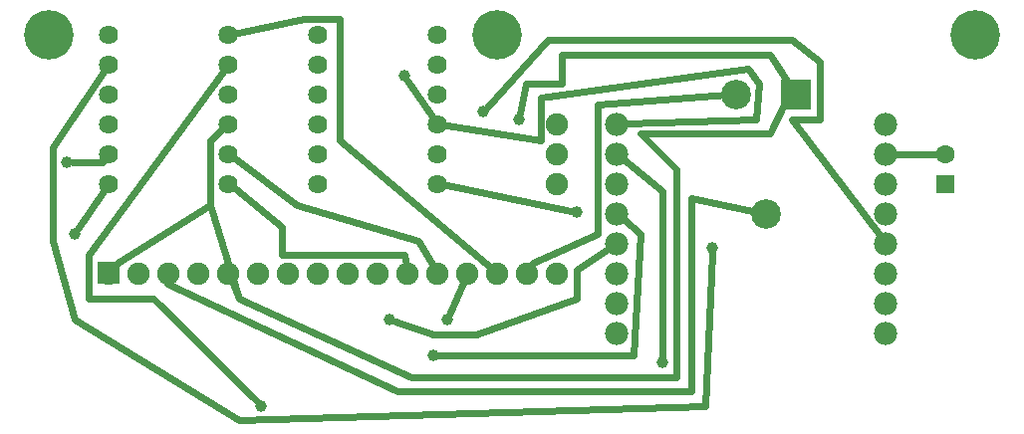
<source format=gtl>
G04 MADE WITH FRITZING*
G04 WWW.FRITZING.ORG*
G04 DOUBLE SIDED*
G04 HOLES PLATED*
G04 CONTOUR ON CENTER OF CONTOUR VECTOR*
%ASAXBY*%
%FSLAX23Y23*%
%MOIN*%
%OFA0B0*%
%SFA1.0B1.0*%
%ADD10C,0.075000*%
%ADD11C,0.064000*%
%ADD12C,0.062992*%
%ADD13C,0.099000*%
%ADD14C,0.077778*%
%ADD15C,0.165354*%
%ADD16C,0.039370*%
%ADD17R,0.075000X0.075000*%
%ADD18R,0.062992X0.062992*%
%ADD19R,0.099000X0.099000*%
%ADD20C,0.024000*%
%LNCOPPER1*%
G90*
G70*
G54D10*
X344Y1333D03*
X444Y1333D03*
X544Y1333D03*
X644Y1333D03*
X744Y1333D03*
X844Y1333D03*
X944Y1333D03*
X1044Y1333D03*
X1144Y1333D03*
X1244Y1333D03*
X1344Y1333D03*
X1444Y1333D03*
X1544Y1333D03*
X1644Y1333D03*
X1744Y1333D03*
X1844Y1333D03*
G54D11*
X344Y1733D03*
X344Y1833D03*
X344Y1933D03*
X344Y2033D03*
X344Y2133D03*
X744Y2133D03*
X744Y2033D03*
X744Y1933D03*
X744Y1833D03*
X744Y1733D03*
X744Y1633D03*
X344Y1633D03*
G54D12*
X3144Y1633D03*
X3144Y1732D03*
G54D13*
X2444Y1933D03*
X2644Y1933D03*
X2544Y1533D03*
G54D10*
X1844Y1833D03*
X1844Y1733D03*
X1844Y1633D03*
G54D11*
X1444Y2033D03*
X1444Y1933D03*
X1444Y1833D03*
X1444Y1733D03*
X1444Y1633D03*
X1044Y1633D03*
X1044Y1733D03*
X1044Y1833D03*
X1044Y1933D03*
X1044Y2033D03*
X1044Y2133D03*
X1444Y2133D03*
G54D14*
X2044Y1133D03*
X2044Y1233D03*
X2044Y1333D03*
X2044Y1433D03*
X2044Y1533D03*
X2044Y1633D03*
X2044Y1733D03*
X2044Y1833D03*
X2944Y1833D03*
X2944Y1733D03*
X2944Y1633D03*
X2944Y1533D03*
X2944Y1433D03*
X2944Y1333D03*
X2944Y1233D03*
X2944Y1133D03*
X2044Y1133D03*
X2044Y1233D03*
X2044Y1333D03*
X2044Y1433D03*
X2044Y1533D03*
X2044Y1633D03*
X2044Y1733D03*
X2044Y1833D03*
X2944Y1833D03*
X2944Y1733D03*
X2944Y1633D03*
X2944Y1533D03*
X2944Y1433D03*
X2944Y1333D03*
X2944Y1233D03*
X2944Y1133D03*
G54D15*
X3244Y2133D03*
X1644Y2133D03*
X144Y2133D03*
G54D16*
X2196Y1034D03*
X1476Y1178D03*
X852Y890D03*
X2364Y1418D03*
X1716Y1850D03*
X228Y1466D03*
X1284Y1178D03*
X1332Y1994D03*
X204Y1706D03*
X1428Y1058D03*
X1908Y1538D03*
X1596Y1874D03*
G54D17*
X344Y1334D03*
G54D18*
X3144Y1633D03*
G54D19*
X2644Y1933D03*
G54D20*
X769Y1614D02*
X924Y1490D01*
X924Y1490D02*
X924Y1394D01*
X924Y1394D02*
X1332Y1394D01*
X1332Y1394D02*
X1339Y1361D01*
D02*
X2413Y1931D02*
X1980Y1898D01*
X1980Y1898D02*
X1980Y1466D01*
X1980Y1466D02*
X1764Y1370D01*
X1764Y1370D02*
X1758Y1359D01*
D02*
X775Y2140D02*
X996Y2186D01*
X996Y2186D02*
X1116Y2186D01*
X1116Y2186D02*
X1116Y1778D01*
X1116Y1778D02*
X1623Y1352D01*
D02*
X1475Y1627D02*
X1889Y1542D01*
D02*
X1475Y1828D02*
X1788Y1778D01*
X1788Y1778D02*
X1788Y1922D01*
X1788Y1922D02*
X2484Y2018D01*
X2484Y2018D02*
X2520Y1970D01*
X2520Y1970D02*
X2508Y1850D01*
X2508Y1850D02*
X2074Y1834D01*
D02*
X1343Y1979D02*
X1427Y1859D01*
D02*
X2196Y1053D02*
X2196Y1610D01*
X2196Y1610D02*
X2067Y1715D01*
D02*
X3118Y1732D02*
X2974Y1733D01*
D02*
X1720Y1869D02*
X1740Y1970D01*
X1740Y1970D02*
X1860Y1970D01*
X1860Y1970D02*
X1860Y2066D01*
X1860Y2066D02*
X2556Y2066D01*
X2556Y2066D02*
X2627Y1960D01*
D02*
X721Y1812D02*
X684Y1778D01*
X684Y1778D02*
X684Y1562D01*
X684Y1562D02*
X780Y1250D01*
X780Y1250D02*
X1356Y986D01*
X1356Y986D02*
X2244Y986D01*
X2244Y986D02*
X2244Y1682D01*
X2244Y1682D02*
X2124Y1802D01*
X2124Y1802D02*
X2556Y1802D01*
X2556Y1802D02*
X2604Y1898D01*
X2604Y1898D02*
X2621Y1913D01*
D02*
X362Y1356D02*
X372Y1370D01*
X372Y1370D02*
X684Y1562D01*
D02*
X756Y1307D02*
X780Y1250D01*
D02*
X2514Y1540D02*
X2292Y1586D01*
X2292Y1586D02*
X2292Y938D01*
X2292Y938D02*
X1308Y938D01*
X1308Y938D02*
X540Y1298D01*
X540Y1298D02*
X541Y1305D01*
D02*
X726Y2008D02*
X276Y1394D01*
X276Y1394D02*
X276Y1250D01*
X276Y1250D02*
X492Y1250D01*
X492Y1250D02*
X839Y904D01*
D02*
X1484Y1196D02*
X1533Y1307D01*
D02*
X2020Y1418D02*
X1908Y1346D01*
X1908Y1346D02*
X1908Y1250D01*
X1908Y1250D02*
X1572Y1130D01*
X1572Y1130D02*
X1428Y1130D01*
X1428Y1130D02*
X1302Y1172D01*
D02*
X239Y1482D02*
X327Y1608D01*
D02*
X2067Y1515D02*
X2124Y1466D01*
X2124Y1466D02*
X2100Y1058D01*
X2100Y1058D02*
X1447Y1058D01*
D02*
X223Y1706D02*
X324Y1706D01*
X324Y1706D02*
X326Y1708D01*
D02*
X1609Y1888D02*
X1812Y2114D01*
X1812Y2114D02*
X2628Y2114D01*
X2628Y2114D02*
X2724Y2042D01*
X2724Y2042D02*
X2724Y1850D01*
X2724Y1850D02*
X2628Y1850D01*
X2628Y1850D02*
X2927Y1457D01*
D02*
X769Y1715D02*
X972Y1562D01*
X972Y1562D02*
X1380Y1442D01*
X1380Y1442D02*
X1430Y1358D01*
D02*
X2363Y1399D02*
X2340Y890D01*
X2340Y890D02*
X780Y842D01*
X780Y842D02*
X228Y1178D01*
X228Y1178D02*
X156Y1442D01*
X156Y1442D02*
X156Y1754D01*
X156Y1754D02*
X327Y2008D01*
G04 End of Copper1*
M02*
</source>
